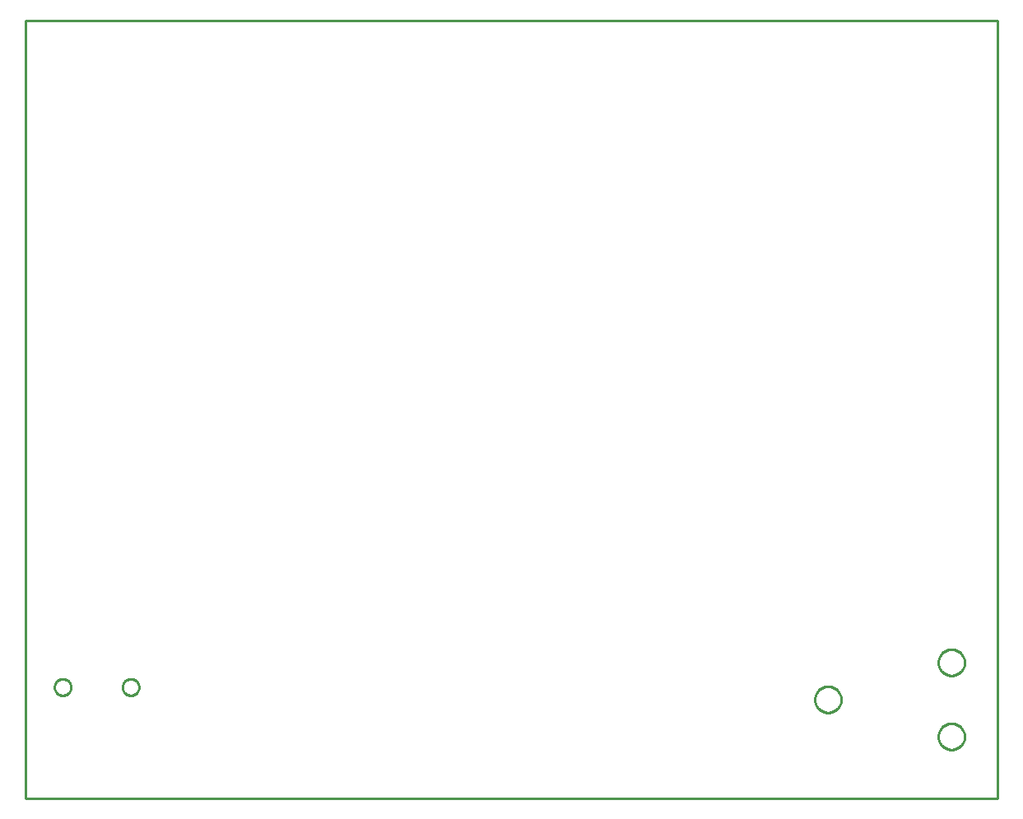
<source format=gbr>
G04 EAGLE Gerber RS-274X export*
G75*
%MOMM*%
%FSLAX34Y34*%
%LPD*%
%IN*%
%IPPOS*%
%AMOC8*
5,1,8,0,0,1.08239X$1,22.5*%
G01*
G04 Define Apertures*
%ADD10C,0.254000*%
D10*
X0Y0D02*
X1000000Y0D01*
X1000000Y800000D01*
X0Y800000D01*
X0Y0D01*
X838950Y101120D02*
X838881Y100161D01*
X838745Y99210D01*
X838541Y98272D01*
X838270Y97350D01*
X837934Y96450D01*
X837535Y95576D01*
X837075Y94733D01*
X836555Y93924D01*
X835979Y93155D01*
X835350Y92429D01*
X834671Y91750D01*
X833945Y91121D01*
X833176Y90545D01*
X832368Y90025D01*
X831524Y89565D01*
X830650Y89166D01*
X829750Y88830D01*
X828828Y88559D01*
X827890Y88355D01*
X826939Y88219D01*
X825980Y88150D01*
X825020Y88150D01*
X824061Y88219D01*
X823110Y88355D01*
X822172Y88559D01*
X821250Y88830D01*
X820350Y89166D01*
X819476Y89565D01*
X818633Y90025D01*
X817824Y90545D01*
X817055Y91121D01*
X816329Y91750D01*
X815650Y92429D01*
X815021Y93155D01*
X814445Y93924D01*
X813925Y94733D01*
X813465Y95576D01*
X813066Y96450D01*
X812730Y97350D01*
X812459Y98272D01*
X812255Y99210D01*
X812119Y100161D01*
X812050Y101120D01*
X812050Y102080D01*
X812119Y103039D01*
X812255Y103990D01*
X812459Y104928D01*
X812730Y105850D01*
X813066Y106750D01*
X813465Y107624D01*
X813925Y108468D01*
X814445Y109276D01*
X815021Y110045D01*
X815650Y110771D01*
X816329Y111450D01*
X817055Y112079D01*
X817824Y112655D01*
X818633Y113175D01*
X819476Y113635D01*
X820350Y114034D01*
X821250Y114370D01*
X822172Y114641D01*
X823110Y114845D01*
X824061Y114981D01*
X825020Y115050D01*
X825980Y115050D01*
X826939Y114981D01*
X827890Y114845D01*
X828828Y114641D01*
X829750Y114370D01*
X830650Y114034D01*
X831524Y113635D01*
X832368Y113175D01*
X833176Y112655D01*
X833945Y112079D01*
X834671Y111450D01*
X835350Y110771D01*
X835979Y110045D01*
X836555Y109276D01*
X837075Y108468D01*
X837535Y107624D01*
X837934Y106750D01*
X838270Y105850D01*
X838541Y104928D01*
X838745Y103990D01*
X838881Y103039D01*
X838950Y102080D01*
X838950Y101120D01*
X965950Y139220D02*
X965881Y138261D01*
X965745Y137310D01*
X965541Y136372D01*
X965270Y135450D01*
X964934Y134550D01*
X964535Y133676D01*
X964075Y132833D01*
X963555Y132024D01*
X962979Y131255D01*
X962350Y130529D01*
X961671Y129850D01*
X960945Y129221D01*
X960176Y128645D01*
X959368Y128125D01*
X958524Y127665D01*
X957650Y127266D01*
X956750Y126930D01*
X955828Y126659D01*
X954890Y126455D01*
X953939Y126319D01*
X952980Y126250D01*
X952020Y126250D01*
X951061Y126319D01*
X950110Y126455D01*
X949172Y126659D01*
X948250Y126930D01*
X947350Y127266D01*
X946476Y127665D01*
X945633Y128125D01*
X944824Y128645D01*
X944055Y129221D01*
X943329Y129850D01*
X942650Y130529D01*
X942021Y131255D01*
X941445Y132024D01*
X940925Y132833D01*
X940465Y133676D01*
X940066Y134550D01*
X939730Y135450D01*
X939459Y136372D01*
X939255Y137310D01*
X939119Y138261D01*
X939050Y139220D01*
X939050Y140180D01*
X939119Y141139D01*
X939255Y142090D01*
X939459Y143028D01*
X939730Y143950D01*
X940066Y144850D01*
X940465Y145724D01*
X940925Y146568D01*
X941445Y147376D01*
X942021Y148145D01*
X942650Y148871D01*
X943329Y149550D01*
X944055Y150179D01*
X944824Y150755D01*
X945633Y151275D01*
X946476Y151735D01*
X947350Y152134D01*
X948250Y152470D01*
X949172Y152741D01*
X950110Y152945D01*
X951061Y153081D01*
X952020Y153150D01*
X952980Y153150D01*
X953939Y153081D01*
X954890Y152945D01*
X955828Y152741D01*
X956750Y152470D01*
X957650Y152134D01*
X958524Y151735D01*
X959368Y151275D01*
X960176Y150755D01*
X960945Y150179D01*
X961671Y149550D01*
X962350Y148871D01*
X962979Y148145D01*
X963555Y147376D01*
X964075Y146568D01*
X964535Y145724D01*
X964934Y144850D01*
X965270Y143950D01*
X965541Y143028D01*
X965745Y142090D01*
X965881Y141139D01*
X965950Y140180D01*
X965950Y139220D01*
X965950Y63020D02*
X965881Y62061D01*
X965745Y61110D01*
X965541Y60172D01*
X965270Y59250D01*
X964934Y58350D01*
X964535Y57476D01*
X964075Y56633D01*
X963555Y55824D01*
X962979Y55055D01*
X962350Y54329D01*
X961671Y53650D01*
X960945Y53021D01*
X960176Y52445D01*
X959368Y51925D01*
X958524Y51465D01*
X957650Y51066D01*
X956750Y50730D01*
X955828Y50459D01*
X954890Y50255D01*
X953939Y50119D01*
X952980Y50050D01*
X952020Y50050D01*
X951061Y50119D01*
X950110Y50255D01*
X949172Y50459D01*
X948250Y50730D01*
X947350Y51066D01*
X946476Y51465D01*
X945633Y51925D01*
X944824Y52445D01*
X944055Y53021D01*
X943329Y53650D01*
X942650Y54329D01*
X942021Y55055D01*
X941445Y55824D01*
X940925Y56633D01*
X940465Y57476D01*
X940066Y58350D01*
X939730Y59250D01*
X939459Y60172D01*
X939255Y61110D01*
X939119Y62061D01*
X939050Y63020D01*
X939050Y63980D01*
X939119Y64939D01*
X939255Y65890D01*
X939459Y66828D01*
X939730Y67750D01*
X940066Y68650D01*
X940465Y69524D01*
X940925Y70368D01*
X941445Y71176D01*
X942021Y71945D01*
X942650Y72671D01*
X943329Y73350D01*
X944055Y73979D01*
X944824Y74555D01*
X945633Y75075D01*
X946476Y75535D01*
X947350Y75934D01*
X948250Y76270D01*
X949172Y76541D01*
X950110Y76745D01*
X951061Y76881D01*
X952020Y76950D01*
X952980Y76950D01*
X953939Y76881D01*
X954890Y76745D01*
X955828Y76541D01*
X956750Y76270D01*
X957650Y75934D01*
X958524Y75535D01*
X959368Y75075D01*
X960176Y74555D01*
X960945Y73979D01*
X961671Y73350D01*
X962350Y72671D01*
X962979Y71945D01*
X963555Y71176D01*
X964075Y70368D01*
X964535Y69524D01*
X964934Y68650D01*
X965270Y67750D01*
X965541Y66828D01*
X965745Y65890D01*
X965881Y64939D01*
X965950Y63980D01*
X965950Y63020D01*
X46600Y113929D02*
X46535Y113189D01*
X46406Y112459D01*
X46214Y111742D01*
X45960Y111044D01*
X45647Y110371D01*
X45276Y109729D01*
X44850Y109121D01*
X44373Y108552D01*
X43848Y108027D01*
X43279Y107550D01*
X42671Y107124D01*
X42029Y106753D01*
X41356Y106440D01*
X40658Y106186D01*
X39942Y105994D01*
X39211Y105865D01*
X38471Y105800D01*
X37729Y105800D01*
X36989Y105865D01*
X36259Y105994D01*
X35542Y106186D01*
X34844Y106440D01*
X34171Y106753D01*
X33529Y107124D01*
X32921Y107550D01*
X32352Y108027D01*
X31827Y108552D01*
X31350Y109121D01*
X30924Y109729D01*
X30553Y110371D01*
X30240Y111044D01*
X29986Y111742D01*
X29794Y112459D01*
X29665Y113189D01*
X29600Y113929D01*
X29600Y114671D01*
X29665Y115411D01*
X29794Y116142D01*
X29986Y116858D01*
X30240Y117556D01*
X30553Y118229D01*
X30924Y118871D01*
X31350Y119479D01*
X31827Y120048D01*
X32352Y120573D01*
X32921Y121050D01*
X33529Y121476D01*
X34171Y121847D01*
X34844Y122160D01*
X35542Y122414D01*
X36259Y122606D01*
X36989Y122735D01*
X37729Y122800D01*
X38471Y122800D01*
X39211Y122735D01*
X39942Y122606D01*
X40658Y122414D01*
X41356Y122160D01*
X42029Y121847D01*
X42671Y121476D01*
X43279Y121050D01*
X43848Y120573D01*
X44373Y120048D01*
X44850Y119479D01*
X45276Y118871D01*
X45647Y118229D01*
X45960Y117556D01*
X46214Y116858D01*
X46406Y116142D01*
X46535Y115411D01*
X46600Y114671D01*
X46600Y113929D01*
X116600Y113929D02*
X116535Y113189D01*
X116406Y112459D01*
X116214Y111742D01*
X115960Y111044D01*
X115647Y110371D01*
X115276Y109729D01*
X114850Y109121D01*
X114373Y108552D01*
X113848Y108027D01*
X113279Y107550D01*
X112671Y107124D01*
X112029Y106753D01*
X111356Y106440D01*
X110658Y106186D01*
X109942Y105994D01*
X109211Y105865D01*
X108471Y105800D01*
X107729Y105800D01*
X106989Y105865D01*
X106259Y105994D01*
X105542Y106186D01*
X104844Y106440D01*
X104171Y106753D01*
X103529Y107124D01*
X102921Y107550D01*
X102352Y108027D01*
X101827Y108552D01*
X101350Y109121D01*
X100924Y109729D01*
X100553Y110371D01*
X100240Y111044D01*
X99986Y111742D01*
X99794Y112459D01*
X99665Y113189D01*
X99600Y113929D01*
X99600Y114671D01*
X99665Y115411D01*
X99794Y116142D01*
X99986Y116858D01*
X100240Y117556D01*
X100553Y118229D01*
X100924Y118871D01*
X101350Y119479D01*
X101827Y120048D01*
X102352Y120573D01*
X102921Y121050D01*
X103529Y121476D01*
X104171Y121847D01*
X104844Y122160D01*
X105542Y122414D01*
X106259Y122606D01*
X106989Y122735D01*
X107729Y122800D01*
X108471Y122800D01*
X109211Y122735D01*
X109942Y122606D01*
X110658Y122414D01*
X111356Y122160D01*
X112029Y121847D01*
X112671Y121476D01*
X113279Y121050D01*
X113848Y120573D01*
X114373Y120048D01*
X114850Y119479D01*
X115276Y118871D01*
X115647Y118229D01*
X115960Y117556D01*
X116214Y116858D01*
X116406Y116142D01*
X116535Y115411D01*
X116600Y114671D01*
X116600Y113929D01*
M02*

</source>
